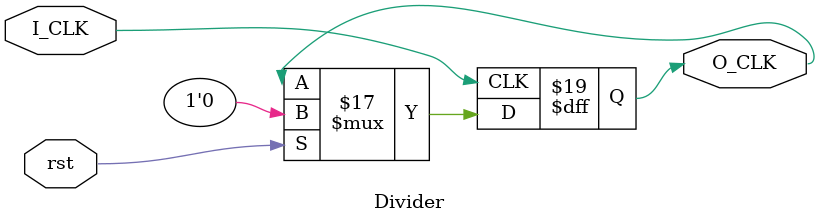
<source format=v>
`timescale 1ns / 1ps


module Divider (
    input I_CLK,     // ÊäÈëÊ±ÖÓÐÅºÅ£¬ÉÏÉýÑØÓÐÐ§
    input rst,       // ¸´Î»ÐÅºÅ£¬¸ßµçÆ½ÓÐÐ§
    output reg O_CLK // Êä³öÊ±ÖÓ
);
    parameter DIVISOR = 500000000; // ·ÖÆµ±¶Êý
    reg [4:0] count = 0;    // ÓÃÓÚ¼ÆÊýµÄ¼Ä´æÆ÷£¬×ã¹»´¢´æ0-19
    initial begin
    count=0;
    O_CLK=0;
    end
    always @(posedge I_CLK) begin
        if (rst) begin
            count <= 0;
            O_CLK <= 0;
        end else if (count == DIVISOR/2-1) begin
            count <= 0;
            O_CLK <= ~O_CLK; // ·­×ªÊä³öÊ±ÖÓ
        end else begin
            count <= count + 1;
        end
    end
endmodule

</source>
